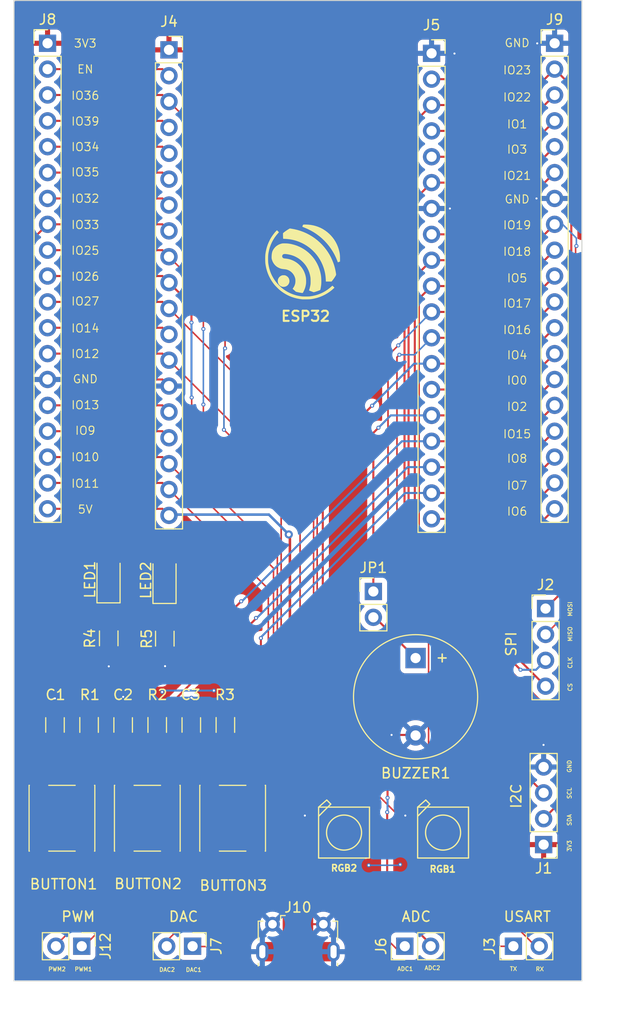
<source format=kicad_pcb>
(kicad_pcb (version 20221018) (generator pcbnew)
  (layers (0 "F.Cu" signal) (31 "B.Cu" signal) (34 "B.Paste" user) (35 "F.Paste" user) (36 "B.SilkS" user "B.Silkscreen") (37 "F.SilkS" user "F.Silkscreen") (38 "B.Mask" user) (39 "F.Mask" user) (44 "Edge.Cuts" user))
  (net 0 "")
  (net 1 "Buzzer")
  (net 2 "Earth")
  (net 3 "BUTTON3")
  (net 4 "BUTTON1")
  (net 5 "BUTTON2")
  (net 6 "IO32")
  (net 7 "IO33")
  (net 8 "+3.3V")
  (net 9 "IO21")
  (net 10 "IO22")
  (net 11 "IO23")
  (net 12 "IO19")
  (net 13 "CLK")
  (net 14 "CS")
  (net 15 "IO17")
  (net 16 "IO16")
  (net 17 "EN_ESP32")
  (net 18 "ADC1")
  (net 19 "IO39")
  (net 20 "IO34")
  (net 21 "IO35")
  (net 22 "DAC_1")
  (net 23 "DAC_2")
  (net 24 "IO27")
  (net 25 "IO14")
  (net 26 "IO12")
  (net 27 "IO13")
  (net 28 "IO9")
  (net 29 "IO10")
  (net 30 "IO11")
  (net 31 "+5V")
  (net 32 "IO1")
  (net 33 "IO3")
  (net 34 "ADC2")
  (net 35 "IO0")
  (net 36 "IO6")
  (net 37 "Net-(LED2-K)")
  (net 40 "Net-(LED1-K)")
  (net 44 "Net-(BUZZER1--)")
  (footprint "Capacitor_SMD:C_1206_3216Metric" (layer "F.Cu") (at 101.257 105.22 90)
    (fp_text reference "C2")
    (fp_text value "100n")
  )
  (footprint "LED_SMD:LED_1206_3216Metric" (layer "F.Cu") (at 105.32 91.0025 90)
    (fp_text reference "LED2")
    (fp_text value "LED")
  )
  (footprint "Button_Switch_SMD:SW_Push_1P1T_NO_6x6mm_H9.5mm" (layer "F.Cu") (at 112.015 114.38 -90)
    (fp_text reference "BUTTON3")
    (fp_text value "SW_Push")
  )
  (footprint "Resistor_SMD:R_1206_3216Metric" (layer "F.Cu") (at 97.909 105.22 -90)
    (fp_text reference "R1")
    (fp_text value "10k")
  )
  (footprint "Connector_PinHeader_2.54mm:PinHeader_1x04_P2.54mm_Vertical" (layer "F.Cu") (at 142.76 93.79)
    (fp_text reference "J2")
    (fp_text value "Conn_01x04_Socket")
  )
  (footprint "Connector_PinHeader_2.54mm:PinHeader_1x02_P2.54mm_Vertical" (layer "F.Cu") (at 108.08 126.95 -90)
    (fp_text reference "J7")
    (fp_text value "Conn_01x02_Socket")
  )
  (footprint "Connector_PinSocket_2.54mm:PinSocket_1x19_P2.54mm_Vertical" (layer "F.Cu") (at 105.76 38.91625)
    (fp_text reference "J4")
    (fp_text value "Conn_01x19_Socket")
  )
  (footprint "graphics:esp32_logo" (layer "F.Cu") (at 118.89 59.74625)
    (fp_text reference "G***" hide)
    (fp_text value "LOGO" hide)
  )
  (footprint "Connector_PinHeader_2.54mm:PinHeader_1x02_P2.54mm_Vertical" (layer "F.Cu") (at 125.84 92.11)
    (fp_text reference "JP1")
    (fp_text value "Jumper_2_Bridged")
  )
  (footprint "Resistor_SMD:R_1206_3216Metric" (layer "F.Cu") (at 104.605 105.22 -90)
    (fp_text reference "R2")
    (fp_text value "10k")
  )
  (footprint "Connector_PinHeader_2.54mm:PinHeader_1x19_P2.54mm_Vertical" (layer "F.Cu") (at 143.65 38.27)
    (fp_text reference "J9")
    (fp_text value "Conn_01x19")
  )
  (footprint "Resistor_SMD:R_1206_3216Metric" (layer "F.Cu") (at 111.301 105.22 -90)
    (fp_text reference "R3")
    (fp_text value "10k")
  )
  (footprint "Connector_PinHeader_2.54mm:PinHeader_1x02_P2.54mm_Vertical" (layer "F.Cu") (at 139.6 126.95 90)
    (fp_text reference "J3")
    (fp_text value "Conn_01x02_Socket")
  )
  (footprint "Connector_PinHeader_2.54mm:PinHeader_1x02_P2.54mm_Vertical" (layer "F.Cu") (at 128.93 126.95 90)
    (fp_text reference "J6")
    (fp_text value "Conn_01x02_Socket")
  )
  (footprint "Resistor_SMD:R_1206_3216Metric" (layer "F.Cu") (at 105.35 96.7425 -90)
    (fp_text reference "R5")
    (fp_text value "300")
  )
  (footprint "Capacitor_SMD:C_1206_3216Metric" (layer "F.Cu") (at 107.953 105.22 90)
    (fp_text reference "C3")
    (fp_text value "100n")
  )
  (footprint "Capacitor_SMD:C_1206_3216Metric" (layer "F.Cu") (at 94.561 105.22 90)
    (fp_text reference "C1")
    (fp_text value "100n")
  )
  (footprint "LED_SMD:LED_1206_3216Metric" (layer "F.Cu") (at 99.82 90.9425 90)
    (fp_text reference "LED1")
    (fp_text value "LED")
  )
  (footprint "Button_Switch_SMD:SW_Push_1P1T_NO_6x6mm_H9.5mm" (layer "F.Cu") (at 95.245 114.38 -90)
    (fp_text reference "BUTTON1")
    (fp_text value "SW_Push")
  )
  (footprint "Connector_PinSocket_2.54mm:PinSocket_1x19_P2.54mm_Vertical" (layer "F.Cu") (at 131.56 39.25625)
    (fp_text reference "J5")
    (fp_text value "Conn_01x19_Socket")
  )
  (footprint "WS2812B:WS2812B" (layer "F.Cu") (at 132.69 115.79)
    (fp_text reference "RGB1")
    (fp_text value "WS2812B")
  )
  (footprint "Connector_PinHeader_2.54mm:PinHeader_1x02_P2.54mm_Vertical" (layer "F.Cu") (at 97.19 126.95 -90)
    (fp_text reference "J12")
    (fp_text value "Conn_01x02_Socket")
  )
  (footprint "Connector_USB:USB_Micro-B_Molex-105017-0001" (layer "F.Cu") (at 118.43 126.25)
    (fp_text reference "J10")
    (fp_text value "USB_B_Micro")
  )
  (footprint "WS2812B:WS2812B" (layer "F.Cu") (at 122.96 115.79)
    (fp_text reference "RGB2")
    (fp_text value "WS2812B")
  )
  (footprint "Connector_PinHeader_2.54mm:PinHeader_1x19_P2.54mm_Vertical" (layer "F.Cu") (at 93.83 38.27)
    (fp_text reference "J8")
    (fp_text value "Conn_01x19")
  )
  (footprint "Connector_PinHeader_2.54mm:PinHeader_1x04_P2.54mm_Vertical" (layer "F.Cu") (at 142.57 116.97 180)
    (fp_text reference "J1")
    (fp_text value "Conn_01x04_Socket")
  )
  (footprint "Resistor_SMD:R_1206_3216Metric" (layer "F.Cu") (at 99.84 96.7125 -90)
    (fp_text reference "R4")
    (fp_text value "300")
  )
  (footprint "Button_Switch_SMD:SW_Push_1P1T_NO_6x6mm_H9.5mm" (layer "F.Cu") (at 103.63 114.38 -90)
    (fp_text reference "BUTTON2")
    (fp_text value "SW_Push")
  )
  (footprint "Buzzer_Beeper:Buzzer_12x9.5RM7.6" (layer "F.Cu") (at 129.99 98.65 -90)
    (fp_text reference "BUZZER1")
    (fp_text value "Buzzer")
  )
  (gr_rect (start 90.53 34.07) (end 146.33 130.36) (stroke (width 0.1)) (fill none) (layer "Edge.Cuts"))
  (gr_text "IO39" (at 96.1 46.41) (layer "F.SilkS") (effects (font (size 0.8 0.8) (thickness 0.1)) (justify left bottom)))
  (gr_text "IO21" (at 138.527619 51.75) (layer "F.SilkS") (effects (font (size 0.8 0.8) (thickness 0.1)) (justify left bottom)))
  (gr_text "IO32" (at 96.1 53.99) (layer "F.SilkS") (effects (font (size 0.8 0.8) (thickness 0.1)) (justify left bottom)))
  (gr_text "PWM" (at 95.1 124.63) (layer "F.SilkS") (effects (font (size 1 1)) (justify left bottom)))
  (gr_text "IO22" (at 138.527619 44.04) (layer "F.SilkS") (effects (font (size 0.8 0.8) (thickness 0.1)) (justify left bottom)))
  (gr_text "PWM2" (at 93.86 129.44) (layer "F.SilkS") (effects (font (size 0.4 0.4) (thickness 0.08)) (justify left bottom)))
  (gr_text "GND" (at 96.252381 71.72) (layer "F.SilkS") (effects (font (size 0.8 0.8) (thickness 0.1)) (justify left bottom)))
  (gr_text "IO4" (at 138.908571 69.37) (layer "F.SilkS") (effects (font (size 0.8 0.8) (thickness 0.1)) (justify left bottom)))
  (gr_text "IO25" (at 96.1 59.1) (layer "F.SilkS") (effects (font (size 0.8 0.8) (thickness 0.1)) (justify left bottom)))
  (gr_text "IO1" (at 138.908571 46.69) (layer "F.SilkS") (effects (font (size 0.8 0.8) (thickness 0.1)) (justify left bottom)))
  (gr_text "DAC2" (at 104.76 129.49) (layer "F.SilkS") (effects (font (size 0.4 0.4) (thickness 0.08)) (justify left bottom)))
  (gr_text "IO19" (at 138.527619 56.6) (layer "F.SilkS") (effects (font (size 0.8 0.8) (thickness 0.1)) (justify left bottom)))
  (gr_text "CS" (at 145.41 101.96 90) (layer "F.SilkS") (effects (font (size 0.4 0.4) (thickness 0.08)) (justify left bottom)))
  (gr_text "IO3" (at 138.908571 49.17) (layer "F.SilkS") (effects (font (size 0.8 0.8) (thickness 0.1)) (justify left bottom)))
  (gr_text "IO27" (at 96.1 64.08) (layer "F.SilkS") (effects (font (size 0.8 0.8) (thickness 0.1)) (justify left bottom)))
  (gr_text "IO5" (at 138.908571 61.81) (layer "F.SilkS") (effects (font (size 0.8 0.8) (thickness 0.1)) (justify left bottom)))
  (gr_text "IO12" (at 96.1 69.24) (layer "F.SilkS") (effects (font (size 0.8 0.8) (thickness 0.1)) (justify left bottom)))
  (gr_text "GND" (at 145.34 109.94 90) (layer "F.SilkS") (effects (font (size 0.4 0.4) (thickness 0.08)) (justify left bottom)))
  (gr_text "IO35" (at 96.1 51.4) (layer "F.SilkS") (effects (font (size 0.8 0.8) (thickness 0.1)) (justify left bottom)))
  (gr_text "5V" (at 96.747619 84.52) (layer "F.SilkS") (effects (font (size 0.8 0.8) (thickness 0.1)) (justify left bottom)))
  (gr_text "PWM1" (at 96.45 129.44) (layer "F.SilkS") (effects (font (size 0.4 0.4) (thickness 0.08)) (justify left bottom)))
  (gr_text "I2C" (at 140.46 113.52 90) (layer "F.SilkS") (effects (font (size 1 1)) (justify left bottom)))
  (gr_text "SPI" (at 139.97 98.58 90) (layer "F.SilkS") (effects (font (size 1 1)) (justify left bottom)))
  (gr_text "ADC1" (at 128.15 129.41) (layer "F.SilkS") (effects (font (size 0.4 0.4) (thickness 0.08)) (justify left bottom)))
  (gr_text "IO7" (at 138.908571 82.18) (layer "F.SilkS") (effects (font (size 0.8 0.8) (thickness 0.1)) (justify left bottom)))
  (gr_text "IO2" (at 138.908571 74.43) (layer "F.SilkS") (effects (font (size 0.8 0.8) (thickness 0.1)) (justify left bottom)))
  (gr_text "IO0" (at 138.908571 71.85) (layer "F.SilkS") (effects (font (size 0.8 0.8) (thickness 0.1)) (justify left bottom)))
  (gr_text "IO33" (at 96.1 56.57) (layer "F.SilkS") (effects (font (size 0.8 0.8) (thickness 0.1)) (justify left bottom)))
  (gr_text "IO13" (at 96.1 74.27) (layer "F.SilkS") (effects (font (size 0.8 0.8) (thickness 0.1)) (justify left bottom)))
  (gr_text "DAC1" (at 107.37 129.5) (layer "F.SilkS") (effects (font (size 0.4 0.4) (thickness 0.08)) (justify left bottom)))
  (gr_text "ESP32" (at 116.67 65.66625) (layer "F.SilkS") (effects (font (size 1 1) (thickness 0.2) bold) (justify left bottom)))
  (gr_text "SCL" (at 145.34 112.53 90) (layer "F.SilkS") (effects (font (size 0.4 0.4) (thickness 0.08)) (justify left bottom)))
  (gr_text "DAC" (at 105.66 124.63) (layer "F.SilkS") (effects (font (size 1 1)) (justify left bottom)))
  (gr_text "CLK" (at 145.41 99.72 90) (layer "F.SilkS") (effects (font (size 0.4 0.4) (thickness 0.08)) (justify left bottom)))
  (gr_text "IO10" (at 96.1 79.38) (layer "F.SilkS") (effects (font (size 0.8 0.8) (thickness 0.1)) (justify left bottom)))
  (gr_text "ADC2" (at 130.83 129.32) (layer "F.SilkS") (effects (font (size 0.4 0.4) (thickness 0.08)) (justify left bottom)))
  (gr_text "IO6" (at 138.908571 84.72) (layer "F.SilkS") (effects (font (size 0.8 0.8) (thickness 0.1)) (justify left bottom)))
  (gr_text "IO17" (at 138.527619 64.29) (layer "F.SilkS") (effects (font (size 0.8 0.8) (thickness 0.1)) (justify left bottom)))
  (gr_text "SDA" (at 145.34 115.17 90) (layer "F.SilkS") (effects (font (size 0.4 0.4) (thickness 0.08)) (justify left bottom)))
  (gr_text "3V3" (at 96.366666 38.75) (layer "F.SilkS") (effects (font (size 0.8 0.8) (thickness 0.1)) (justify left bottom)))
  (gr_text "ADC" (at 128.53 124.63) (layer "F.SilkS") (effects (font (size 1 1)) (justify left bottom)))
  (gr_text "MISO" (at 145.41 97.07 90) (layer "F.SilkS") (effects (font (size 0.4 0.4) (thickness 0.08)) (justify left bottom)))
  (gr_text "IO15" (at 138.527619 77.12) (layer "F.SilkS") (effects (font (size 0.8 0.8) (thickness 0.1)) (justify left bottom)))
  (gr_text "3V3" (at 145.34 117.71 90) (layer "F.SilkS") (effects (font (size 0.4 0.4) (thickness 0.08)) (justify left bottom)))
  (gr_text "USART" (at 138.56 124.63) (layer "F.SilkS") (effects (font (size 1 1)) (justify left bottom)))
  (gr_text "IO36" (at 96.1 43.88) (layer "F.SilkS") (effects (font (size 0.8 0.8) (thickness 0.1)) (justify left bottom)))
  (gr_text "IO9" (at 96.480952 76.78) (layer "F.SilkS") (effects (font (size 0.8 0.8) (thickness 0.1)) (justify left bottom)))
  (gr_text "IO8" (at 138.908571 79.53) (layer "F.SilkS") (effects (font (size 0.8 0.8) (thickness 0.1)) (justify left bottom)))
  (gr_text "TX" (at 139.21 129.41) (layer "F.SilkS") (effects (font (size 0.4 0.4) (thickness 0.08)) (justify left bottom)))
  (gr_text "IO14" (at 96.1 66.73) (layer "F.SilkS") (effects (font (size 0.8 0.8) (thickness 0.1)) (justify left bottom)))
  (gr_text "GND" (at 138.68 38.71) (layer "F.SilkS") (effects (font (size 0.8 0.8) (thickness 0.1)) (justify left bottom)))
  (gr_text "IO26" (at 96.1 61.65) (layer "F.SilkS") (effects (font (size 0.8 0.8) (thickness 0.1)) (justify left bottom)))
  (gr_text "EN" (at 96.690476 41.29) (layer "F.SilkS") (effects (font (size 0.8 0.8) (thickness 0.1)) (justify left bottom)))
  (gr_text "IO11" (at 96.1 81.98) (layer "F.SilkS") (effects (font (size 0.8 0.8) (thickness 0.1)) (justify left bottom)))
  (gr_text "MOSI" (at 145.41 94.61 90) (layer "F.SilkS") (effects (font (size 0.4 0.4) (thickness 0.08)) (justify left bottom)))
  (gr_text "GND" (at 138.68 54.06) (layer "F.SilkS") (effects (font (size 0.8 0.8) (thickness 0.1)) (justify left bottom)))
  (gr_text "IO18" (at 138.527619 59.2) (layer "F.SilkS") (effects (font (size 0.8 0.8) (thickness 0.1)) (justify left bottom)))
  (gr_text "IO16" (at 138.527619 66.89) (layer "F.SilkS") (effects (font (size 0.8 0.8) (thickness 0.1)) (justify left bottom)))
  (gr_text "RX" (at 141.75 129.43) (layer "F.SilkS") (effects (font (size 0.4 0.4) (thickness 0.08)) (justify left bottom)))
  (gr_text "IO34" (at 96.1 48.92) (layer "F.SilkS") (effects (font (size 0.8 0.8) (thickness 0.1)) (justify left bottom)))
  (gr_text "IO23" (at 138.527619 41.38) (layer "F.SilkS") (effects (font (size 0.8 0.8) (thickness 0.1)) (justify left bottom)))
  (segment (start 142.66375 74.81625) (end 143.65 73.83) (width 0.2) (layer "F.Cu") (net 1))
  (segment (start 131.56 74.81625) (end 142.66375 74.81625) (width 0.2) (layer "F.Cu") (net 1))
  (segment (start 126.34 76.03) (end 125.84 76.53) (width 0.2) (layer "F.Cu") (net 1))
  (segment (start 125.84 76.53) (end 125.84 92.11) (width 0.2) (layer "F.Cu") (net 1))
  (via (at 126.34 76.03) (size 0.4) (drill 0.2) (layers "F.Cu" "B.Cu") (net 1))
  (segment (start 127.55375 74.81625) (end 131.56 74.81625) (width 0.2) (layer "B.Cu") (net 1))
  (segment (start 126.34 76.03) (end 127.55375 74.81625) (width 0.2) (layer "B.Cu") (net 1))
  (segment (start 143.65 53.51) (end 141.87 53.51) (width 0.2) (layer "F.Cu") (net 2))
  (segment (start 131.56 54.49625) (end 133.35625 54.49625) (width 0.2) (layer "F.Cu") (net 2))
  (segment (start 94.561 103.745) (end 94.561 102.621) (width 0.2) (layer "F.Cu") (net 2))
  (segment (start 133.78625 39.25625) (end 133.81 39.28) (width 0.2) (layer "F.Cu") (net 2))
  (segment (start 92.995 118.355) (end 92.995 110.405) (width 0.2) (layer "F.Cu") (net 2))
  (segment (start 101.257 103.745) (end 101.257 102.463) (width 0.2) (layer "F.Cu") (net 2))
  (segment (start 119.73 124.7875) (end 120.93 124.7875) (width 0.2) (layer "F.Cu") (net 2))
  (segment (start 142.57 107.19) (end 142.56 107.18) (width 0.2) (layer "F.Cu") (net 2))
  (segment (start 143.65 38.27) (end 141.95 38.27) (width 0.2) (layer "F.Cu") (net 2))
  (segment (start 93.83 71.29) (end 105.11375 71.29) (width 0.2) (layer "F.Cu") (net 2))
  (segment (start 107.953 102.557) (end 107.96 102.55) (width 0.2) (layer "F.Cu") (net 2))
  (segment (start 119.13 114.14) (end 119.11 114.12) (width 0.2) (layer "F.Cu") (net 2))
  (segment (start 99.84 99.46) (end 99.845 99.465) (width 0.2) (layer "F.Cu") (net 2))
  (segment (start 129.94 106.2) (end 127.63 106.2) (width 0.2) (layer "F.Cu") (net 2))
  (segment (start 106.69 105.008) (end 107.953 103.745) (width 0.2) (layer "F.Cu") (net 2))
  (segment (start 129.99 106.25) (end 129.94 106.2) (width 0.2) (layer "F.Cu") (net 2))
  (segment (start 117.43 127.4875) (end 115.53 127.4875) (width 0.25) (layer "F.Cu") (net 2))
  (segment (start 99.9 108.925) (end 99.9 105.102) (width 0.2) (layer "F.Cu") (net 2))
  (segment (start 99.84 98.175) (end 99.84 99.46) (width 0.2) (layer "F.Cu") (net 2))
  (segment (start 94.561 102.621) (end 94.55 102.61) (width 0.2) (layer "F.Cu") (net 2))
  (segment (start 106.69 107.33) (end 106.69 105.008) (width 0.2) (layer "F.Cu") (net 2))
  (segment (start 133.35625 54.49625) (end 133.36 54.5) (width 0.2) (layer "F.Cu") (net 2))
  (segment (start 109.765 118.355) (end 109.765 110.405) (width 0.2) (layer "F.Cu") (net 2))
  (segment (start 131.56 39.25625) (end 133.78625 39.25625) (width 0.2) (layer "F.Cu") (net 2))
  (segment (start 101.257 102.463) (end 101.26 102.46) (width 0.2) (layer "F.Cu") (net 2))
  (segment (start 129 114.14) (end 128.98 114.12) (width 0.2) (layer "F.Cu") (net 2))
  (segment (start 107.953 103.745) (end 107.953 102.557) (width 0.2) (layer "F.Cu") (net 2))
  (segment (start 101.38 110.405) (end 99.9 108.925) (width 0.2) (layer "F.Cu") (net 2))
  (segment (start 99.9 105.102) (end 101.257 103.745) (width 0.2) (layer "F.Cu") (net 2))
  (segment (start 109.765 110.405) (end 106.69 107.33) (width 0.2) (layer "F.Cu") (net 2))
  (segment (start 92.995 110.405) (end 92.995 105.311) (width 0.2) (layer "F.Cu") (net 2))
  (segment (start 101.38 118.355) (end 101.38 110.405) (width 0.2) (layer "F.Cu") (net 2))
  (segment (start 142.57 109.35) (end 142.57 107.19) (width 0.2) (layer "F.Cu") (net 2))
  (segment (start 105.35 99.42) (end 105.375 99.445) (width 0.2) (layer "F.Cu") (net 2))
  (segment (start 119.43 127.4875) (end 121.93 127.4875) (width 0.25) (layer "F.Cu") (net 2))
  (segment (start 105.35 98.205) (end 105.35 99.42) (width 0.2) (layer "F.Cu") (net 2))
  (segment (start 141.95 38.27) (end 141.94 38.28) (width 0.2) (layer "F.Cu") (net 2))
  (segment (start 130.24 114.14) (end 129 114.14) (width 0.2) (layer "F.Cu") (net 2))
  (segment (start 105.11375 71.29) (end 105.76 71.93625) (width 0.2) (layer "F.Cu") (net 2))
  (segment (start 92.995 105.311) (end 94.561 103.745) (width 0.2) (layer "F.Cu") (net 2))
  (segment (start 117.43 127.4875) (end 119.43 127.4875) (width 0.25) (layer "F.Cu") (net 2))
  (segment (start 120.51 114.14) (end 119.13 114.14) (width 0.2) (layer "F.Cu") (net 2))
  (via (at 141.94 38.28) (size 0.4) (drill 0.2) (layers "F.Cu" "B.Cu") (net 2))
  (via (at 128.98 114.12) (size 0.4) (drill 0.2) (layers "F.Cu" "B.Cu") (net 2))
  (via (at 94.55 102.61) (size 0.4) (drill 0.2) (layers "F.Cu" "B.Cu") (net 2))
  (via (at 99.845 99.465) (size 0.4) (drill 0.2) (layers "F.Cu" "B.Cu") (net 2))
  (via (at 127.63 106.2) (size 0.4) (drill 0.2) (layers "F.Cu" "B.Cu") (net 2))
  (via (at 133.36 54.5) (size 0.4) (drill 0.2) (layers "F.Cu" "B.Cu") (net 2))
  (via (at 101.26 102.46) (size 0.4) (drill 0.2) (layers "F.Cu" "B.Cu") (net 2))
  (via (at 119.11 114.12) (size 0.4) (drill 0.2) (layers "F.Cu" "B.Cu") (net 2))
  (via (at 133.81 39.28) (size 0.4) (drill 0.2) (layers "F.Cu" "B.Cu") (net 2))
  (via (at 142.56 107.18) (size 0.4) (drill 0.2) (layers "F.Cu" "B.Cu") (net 2))
  (via (at 105.375 99.445) (size 0.4) (drill 0.2) (layers "F.Cu" "B.Cu") (net 2))
  (via (at 107.96 102.55) (size 0.4) (drill 0.2) (layers "F.Cu" "B.Cu") (net 2))
  (via (at 141.87 53.51) (size 0.4) (drill 0.2) (layers "F.Cu" "B.Cu") (net 2))
  (segment (start 131.56 82.43625) (end 142.66375 82.43625) (width 0.2) (layer "F.Cu") (net 3))
  (segment (start 107.953 106.695) (end 111.2885 106.695) (width 0.2) (layer "F.Cu") (net 3))
  (segment (start 111.301 107.441) (end 111.301 106.6825) (width 0.2) (layer "F.Cu") (net 3))
  (segment (start 114.265 118.355) (end 114.265 110.405) (width 0.2) (layer "F.Cu") (net 3))
  (segment (start 142.66375 82.43625) (end 143.65 81.45) (width 0.2) (layer "F.Cu") (net 3))
  (segment (start 114.79 103.1935) (end 111.301 106.6825) (width 0.2) (layer "F.Cu") (net 3))
  (segment (start 114.265 110.405) (end 111.301 107.441) (width 0.2) (layer "F.Cu") (net 3))
  (segment (start 114.79 96.69) (end 114.79 103.1935) (width 0.2) (layer "F.Cu") (net 3))
  (via (at 114.79 96.69) (size 0.4) (drill 0.2) (layers "F.Cu" "B.Cu") (net 3))
  (segment (start 128.96375 82.43625) (end 131.56 82.43625) (width 0.2) (layer "B.Cu") (net 3))
  (segment (start 114.79 96.69) (end 114.79 96.61) (width 0.2) (layer "B.Cu") (net 3))
  (segment (start 114.79 96.61) (end 128.96375 82.43625) (width 0.2) (layer "B.Cu") (net 3))
  (segment (start 97.495 118.355) (end 97.495 110.405) (width 0.2) (layer "F.Cu") (net 4))
  (segment (start 97.495 107.0965) (end 97.909 106.6825) (width 0.2) (layer "F.Cu") (net 4))
  (segment (start 99.37 102.3) (end 99.37 105.066315) (width 0.2) (layer "F.Cu") (net 4))
  (segment (start 97.8965 106.6825) (end 97.909 106.695) (width 0.2) (layer "F.Cu") (net 4))
  (segment (start 142.66375 77.35625) (end 143.65 76.37) (width 0.2) (layer "F.Cu") (net 4))
  (segment (start 100.81 100.86) (end 99.37 102.3) (width 0.2) (layer "F.Cu") (net 4))
  (segment (start 97.8965 106.695) (end 97.909 106.6825) (width 0.2) (layer "F.Cu") (net 4))
  (segment (start 105.07 100.86) (end 100.81 100.86) (width 0.2) (layer "F.Cu") (net 4))
  (segment (start 97.495 110.405) (end 97.495 107.0965) (width 0.2) (layer "F.Cu") (net 4))
  (segment (start 131.56 77.35625) (end 142.66375 77.35625) (width 0.2) (layer "F.Cu") (net 4))
  (segment (start 94.561 106.695) (end 97.8965 106.695) (width 0.2) (layer "F.Cu") (net 4))
  (segment (start 112.855 93.075) (end 105.07 100.86) (width 0.2) (layer "F.Cu") (net 4))
  (segment (start 97.909 106.527315) (end 97.909 106.6825) (width 0.2) (layer "F.Cu") (net 4))
  (segment (start 99.37 105.066315) (end 97.909 106.527315) (width 0.2) (layer "F.Cu") (net 4))
  (via (at 112.855 93.075) (size 0.4) (drill 0.2) (layers "F.Cu" "B.Cu") (net 4))
  (segment (start 128.64375 77.35625) (end 131.56 77.35625) (width 0.2) (layer "B.Cu") (net 4))
  (segment (start 112.925 93.075) (end 128.64375 77.35625) (width 0.2) (layer "B.Cu") (net 4))
  (segment (start 112.855 93.075) (end 112.925 93.075) (width 0.2) (layer "B.Cu") (net 4))
  (segment (start 106.16 104.972314) (end 104.605 106.527314) (width 0.2) (layer "F.Cu") (net 5))
  (segment (start 105.88 107.9575) (end 104.605 106.6825) (width 0.2) (layer "F.Cu") (net 5))
  (segment (start 104.5925 106.6825) (end 104.605 106.695) (width 0.2) (layer "F.Cu") (net 5))
  (segment (start 106.16 102.92) (end 106.16 104.972314) (width 0.2) (layer "F.Cu") (net 5))
  (segment (start 104.605 106.527314) (end 104.605 106.6825) (width 0.2) (layer "F.Cu") (net 5))
  (segment (start 131.56 79.89625) (end 142.66375 79.89625) (width 0.2) (layer "F.Cu") (net 5))
  (segment (start 105.88 110.405) (end 105.88 107.9575) (width 0.2) (layer "F.Cu") (net 5))
  (segment (start 114.31 94.71) (end 114.31 94.77) (width 0.2) (layer "F.Cu") (net 5))
  (segment (start 104.5925 106.695) (end 104.605 106.6825) (width 0.2) (layer "F.Cu") (net 5))
  (segment (start 142.66375 79.89625) (end 143.65 78.91) (width 0.2) (layer "F.Cu") (net 5))
  (segment (start 114.31 94.77) (end 106.16 102.92) (width 0.2) (layer "F.Cu") (net 5))
  (segment (start 105.88 118.355) (end 105.88 110.405) (width 0.2) (layer "F.Cu") (net 5))
  (segment (start 101.257 106.695) (end 104.5925 106.695) (width 0.2) (layer "F.Cu") (net 5))
  (via (at 114.31 94.71) (size 0.4) (drill 0.2) (layers "F.Cu" "B.Cu") (net 5))
  (segment (start 114.31 94.71) (end 114.39 94.71) (width 0.2) (layer "B.Cu") (net 5))
  (segment (start 114.39 94.71) (end 129.20375 79.89625) (width 0.2) (layer "B.Cu") (net 5))
  (segment (start 129.20375 79.89625) (end 131.56 79.89625) (width 0.2) (layer "B.Cu") (net 5))
  (segment (start 105.11375 53.51) (end 105.76 54.15625) (width 0.2) (layer "F.Cu") (net 6))
  (segment (start 93.83 53.51) (end 105.11375 53.51) (width 0.2) (layer "F.Cu") (net 6))
  (segment (start 91.68 86.14) (end 91.68 58.11) (width 0.2) (layer "F.Cu") (net 7))
  (segment (start 93.4 87.86) (end 91.68 86.14) (width 0.2) (layer "F.Cu") (net 7))
  (segment (start 103.5775 87.86) (end 93.4 87.86) (width 0.2) (layer "F.Cu") (net 7))
  (segment (start 91.68 58.11) (end 91.77 58.11) (width 0.2) (layer "F.Cu") (net 7))
  (segment (start 93.83 56.05) (end 105.11375 56.05) (width 0.2) (layer "F.Cu") (net 7))
  (segment (start 105.11375 56.05) (end 105.76 56.69625) (width 0.2) (layer "F.Cu") (net 7))
  (segment (start 91.77 58.11) (end 93.83 56.05) (width 0.2) (layer "F.Cu") (net 7))
  (segment (start 105.32 89.6025) (end 103.5775 87.86) (width 0.2) (layer "F.Cu") (net 7))
  (segment (start 125.41 118.98) (end 125.39 119) (width 0.152) (layer "F.Cu") (net 8))
  (segment (start 104.605 103.745) (end 104.555 103.745) (width 0.2) (layer "F.Cu") (net 8))
  (segment (start 97.909 103.745) (end 97.885 103.745) (width 0.2) (layer "F.Cu") (net 8))
  (segment (start 125.41 117.44) (end 125.41 118.98) (width 0.152) (layer "F.Cu") (net 8))
  (segment (start 105.09 101.98) (end 104.61 102.46) (width 0.2) (layer "F.Cu") (net 8))
  (segment (start 111.301 103.745) (end 111.045 103.745) (width 0.2) (layer "F.Cu") (net 8))
  (segment (start 111.301 103.7575) (end 111.301 102.971) (width 0.2) (layer "F.Cu") (net 8))
  (segment (start 104.61 102.46) (end 104.61 103.7525) (width 0.2) (layer "F.Cu") (net 8))
  (segment (start 104.61 103.7525) (end 104.605 103.7575) (width 0.2) (layer "F.Cu") (net 8))
  (segment (start 111.301 102.971) (end 110.17 101.84) (width 0.2) (layer "F.Cu") (net 8))
  (via (at 125.39 119) (size 0.4) (drill 0.2) (layers "F.Cu" "B.Cu") (net 8))
  (via (at 128.48 118.93) (size 0.4) (drill 0.2) (layers "F.Cu" "B.Cu") (net 8))
  (via (at 105.09 101.98) (size 0.4) (drill 0.2) (layers "F.Cu" "B.Cu") (net 8))
  (via (at 110.17 101.84) (size 0.4) (drill 0.2) (layers "F.Cu" "B.Cu") (net 8))
  (segment (start 128.41 119) (end 128.48 118.93) (width 0.152) (layer "B.Cu") (net 8))
  (segment (start 110.17 101.84) (end 105.23 101.84) (width 0.2) (layer "B.Cu") (net 8))
  (segment (start 105.23 101.84) (end 105.09 101.98) (width 0.2) (layer "B.Cu") (net 8))
  (segment (start 125.39 119) (end 128.41 119) (width 0.152) (layer "B.Cu") (net 8))
  (segment (start 129.3 54.21625) (end 131.56 51.95625) (width 0.2) (layer "F.Cu") (net 9))
  (segment (start 145.22 105.81) (end 129.3 89.89) (width 0.2) (layer "F.Cu") (net 9))
  (segment (start 129.3 89.89) (end 129.3 54.21625) (width 0.2) (layer "F.Cu") (net 9))
  (segment (start 131.56 51.95625) (end 142.66375 51.95625) (width 0.2) (layer "F.Cu") (net 9))
  (segment (start 145.22 111.78) (end 145.22 105.81) (width 0.2) (layer "F.Cu") (net 9))
  (segment (start 142.57 114.43) (end 145.22 111.78) (width 0.2) (layer "F.Cu") (net 9))
  (segment (start 142.66375 51.95625) (end 143.65 50.97) (width 0.2) (layer "F.Cu") (net 9))
  (segment (start 131.56 44.33625) (end 142.66375 44.33625) (width 0.2) (layer "F.Cu") (net 10))
  (segment (start 138.86 108.18) (end 138.86 100.015685) (width 0.2) (layer "F.Cu") (net 10))
  (segment (start 128.9 90.055685) (end 128.9 46.99625) (width 0.2) (layer "F.Cu") (net 10))
  (segment (start 142.66375 44.33625) (end 143.65 43.35) (width 0.2) (layer "F.Cu") (net 10))
  (segment (start 138.86 100.015685) (end 128.9 90.055685) (width 0.2) (layer "F.Cu") (net 10))
  (segment (start 128.9 46.99625) (end 131.56 44.33625) (width 0.2) (layer "F.Cu") (net 10))
  (segment (start 142.57 111.89) (end 138.86 108.18) (width 0.2) (layer "F.Cu") (net 10))
  (segment (start 142.66375 41.79625) (end 143.65 40.81) (width 0.2) (layer "F.Cu") (net 11))
  (segment (start 145.2895 42.4495) (end 145.2895 91.2605) (width 0.2) (layer "F.Cu") (net 11))
  (segment (start 143.65 40.81) (end 145.2895 42.4495) (width 0.2) (layer "F.Cu") (net 11))
  (segment (start 145.2895 91.2605) (end 142.76 93.79) (width 0.2) (layer "F.Cu") (net 11))
  (segment (start 131.56 41.79625) (end 142.66375 41.79625) (width 0.2) (layer "F.Cu") (net 11))
  (segment (start 145.71 58.2595) (end 145.71 93.38) (width 0.152) (layer "F.Cu") (net 12))
  (segment (start 145.71 93.38) (end 142.76 96.33) (width 0.152) (layer "F.Cu") (net 12))
  (segment (start 131.56 57.03625) (end 142.66375 57.03625) (width 0.2) (layer "F.Cu") (net 12))
  (segment (start 142.66375 57.03625) (end 143.65 56.05) (width 0.2) (layer "F.Cu") (net 12))
  (segment (start 145.7895 58.18) (end 145.71 58.2595) (width 0.152) (layer "F.Cu") (net 12))
  (via (at 145.7895 58.18) (size 0.4) (drill 0.2) (layers "F.Cu" "B.Cu") (net 12))
  (segment (start 145.7895 58.18) (end 145.7895 57.4095) (width 0.152) (layer "B.Cu") (net 12))
  (segment (start 145.7895 57.4095) (end 144.43 56.05) (width 0.152) (layer "B.Cu") (net 12))
  (segment (start 144.43 56.05) (end 143.65 56.05) (width 0.152) (layer "B.Cu") (net 12))
  (segment (start 142.66375 59.57625) (end 143.65 58.59) (width 0.2) (layer "F.Cu") (net 13))
  (segment (start 129.91 61.22625) (end 129.91 89.41) (width 0.2) (layer "F.Cu") (net 13))
  (segment (start 131.56 59.57625) (end 142.66375 59.57625) (width 0.2) (layer "F.Cu") (net 13))
  (segment (start 131.56 59.57625) (end 129.91 61.22625) (width 0.2) (layer "F.Cu") (net 13))
  (segment (start 129.91 89.41) (end 140.3 99.8) (width 0.2) (layer "F.Cu") (net 13))
  (via (at 140.3 99.8) (size 0.4) (drill 0.2) (layers "F.Cu" "B.Cu") (net 13))
  (segment (start 140.3 99.8) (end 141.83 99.8) (width 0.2) (layer "B.Cu") (net 13))
  (segment (start 141.83 99.8) (end 142.76 98.87) (width 0.2) (layer "B.Cu") (net 13))
  (segment (start 142.66375 62.11625) (end 143.65 61.13) (width 0.2) (layer "F.Cu") (net 14))
  (segment (start 130.31 63.36625) (end 130.31 88.96) (width 0.2) (layer "F.Cu") (net 14))
  (segment (start 131.56 62.11625) (end 130.31 63.36625) (width 0.2) (layer "F.Cu") (net 14))
  (segment (start 131.56 62.11625) (end 142.66375 62.11625) (width 0.2) (layer "F.Cu") (net 14))
  (segment (start 130.31 88.96) (end 142.76 101.41) (width 0.2) (layer "F.Cu") (net 14))
  (segment (start 139.59 126.96) (end 139.6 126.95) (width 0.152) (layer "F.Cu") (net 15))
  (segment (start 127.28 68.95) (end 127.28 92.33) (width 0.152) (layer "F.Cu") (net 15))
  (segment (start 127.28 92.33) (end 131.266 96.316) (width 0.152) (layer "F.Cu") (net 15))
  (segment (start 135.47 126.96) (end 139.59 126.96) (width 0.152) (layer "F.Cu") (net 15))
  (segment (start 131.56 64.65625) (end 142.66375 64.65625) (width 0.2) (layer "F.Cu") (net 15))
  (segment (start 128.29 67.94) (end 127.28 68.95) (width 0.152) (layer "F.Cu") (net 15))
  (segment (start 131.266 122.756) (end 135.47 126.96) (width 0.152) (layer "F.Cu") (net 15))
  (segment (start 142.66375 64.65625) (end 143.65 63.67) (width 0.2) (layer "F.Cu") (net 15))
  (segment (start 131.266 96.316) (end 131.266 122.756) (width 0.152) (layer "F.Cu") (net 15))
  (via (at 128.29 67.94) (size 0.4) (drill 0.2) (layers "F.Cu" "B.Cu") (net 15))
  (segment (start 128.29 67.92625) (end 131.56 64.65625) (width 0.152) (layer "B.Cu") (net 15))
  (segment (start 128.29 67.94) (end 128.29 67.92625) (width 0.152) (layer "B.Cu") (net 15))
  (segment (start 132.875 118.045) (end 141.78 126.95) (width 0.152) (layer "F.Cu") (net 16))
  (segment (start 142.66375 67.19625) (end 143.65 66.21) (width 0.2) (layer "F.Cu") (net 16))
  (segment (start 131.56 67.19625) (end 142.66375 67.19625) (width 0.2) (layer "F.Cu") (net 16))
  (segment (start 128.16 89.847429) (end 132.875 94.562429) (width 0.152) (layer "F.Cu") (net 16))
  (segment (start 141.78 126.95) (end 142.14 126.95) (width 0.152) (layer "F.Cu") (net 16))
  (segment (start 128.16 69.1005) (end 128.16 89.847429) (width 0.152) (layer "F.Cu") (net 16))
  (segment (start 128.4005 68.86) (end 128.16 69.1005) (width 0.152) (layer "F.Cu") (net 16))
  (segment (start 132.875 94.562429) (end 132.875 118.045) (width 0.152) (layer "F.Cu") (net 16))
  (via (at 128.4005 68.86) (size 0.4) (drill 0.2) (layers "F.Cu" "B.Cu") (net 16))
  (segment (start 129.89625 68.86) (end 131.56 67.19625) (width 0.152) (layer "B.Cu") (net 16))
  (segment (start 128.4005 68.86) (end 129.89625 68.86) (width 0.152) (layer "B.Cu") (net 16))
  (segment (start 105.11375 40.81) (end 105.76 41.45625) (width 0.2) (layer "F.Cu") (net 17))
  (segment (start 93.83 40.81) (end 105.11375 40.81) (width 0.2) (layer "F.Cu") (net 17))
  (segment (start 128.93 127.18) (end 128.09 127.18) (width 0.152) (layer "F.Cu") (net 18))
  (segment (start 118.64 113.916834) (end 118.64 83.71) (width 0.152) (layer "F.Cu") (net 18))
  (segment (start 118.64 83.71) (end 111.16 76.23) (width 0.152) (layer "F.Cu") (net 18))
  (segment (start 118.634 117.724) (end 118.634 113.922834) (width 0.152) (layer "F.Cu") (net 18))
  (segment (start 105.11375 43.35) (end 105.76 43.99625) (width 0.2) (layer "F.Cu") (net 18))
  (segment (start 93.83 43.35) (end 105.11375 43.35) (width 0.2) (layer "F.Cu") (net 18))
  (segment (start 111.27 68.23) (end 111.27 49.50625) (width 0.152) (layer "F.Cu") (net 18))
  (segment (start 118.634 113.922834) (end 118.64 113.916834) (width 0.152) (layer "F.Cu") (net 18))
  (segment (start 128.09 127.18) (end 118.634 117.724) (width 0.152) (layer "F.Cu") (net 18))
  (segment (start 111.27 49.50625) (end 105.76 43.99625) (width 0.152) (layer "F.Cu") (net 18))
  (via (at 111.16 76.23) (size 0.4) (drill 0.2) (layers "F.Cu" "B.Cu") (net 18))
  (via (at 111.27 68.23) (size 0.4) (drill 0.2) (layers "F.Cu" "B.Cu") (net 18))
  (segment (start 111.16 68.34) (end 111.27 68.23) (width 0.152) (layer "B.Cu") (net 18))
  (segment (start 111.16 76.23) (end 111.16 68.34) (width 0.152) (layer "B.Cu") (net 18))
  (segment (start 105.11375 45.89) (end 105.76 46.53625) (width 0.2) (layer "F.Cu") (net 19))
  (segment (start 93.83 45.89) (end 105.11375 45.89) (width 0.2) (layer "F.Cu") (net 19))
  (segment (start 93.83 48.43) (end 105.11375 48.43) (width 0.2) (layer "F.Cu") (net 20))
  (segment (start 105.11375 48.43) (end 105.76 49.07625) (width 0.2) (layer "F.Cu") (net 20))
  (segment (start 105.11375 50.97) (end 105.76 51.61625) (width 0.2) (layer "F.Cu") (net 21))
  (segment (start 93.83 50.97) (end 105.11375 50.97) (width 0.2) (layer "F.Cu") (net 21))
  (segment (start 108.11 126.98) (end 110.86 126.98) (width 0.152) (layer "F.Cu") (net 22))
  (segment (start 109.14 62.61625) (end 105.76 59.23625) (width 0.152) (layer "F.Cu") (net 22))
  (segment (start 110.86 126.98) (end 116.782 121.058) (width 0.152) (layer "F.Cu") (net 22))
  (segment (start 108.08 126.95) (end 108.11 126.98) (width 0.152) (layer "F.Cu") (net 22))
  (segment (start 116.782 121.058) (end 116.782 83.102) (width 0.152) (layer "F.Cu") (net 22))
  (segment (start 116.782 83.102) (end 109.14 75.46) (width 0.152) (layer "F.Cu") (net 22))
  (segment (start 105.11375 58.59) (end 105.76 59.23625) (width 0.2) (layer "F.Cu") (net 22))
  (segment (start 109.14 75.46) (end 109.14 73.75) (width 0.152) (layer "F.Cu") (net 22))
  (segment (start 93.83 58.59) (end 105.11375 58.59) (width 0.2) (layer "F.Cu") (net 22))
  (segment (start 109.14 66.33) (end 109.14 62.61625) (width 0.152) (layer "F.Cu") (net 22))
  (via (at 109.14 73.75) (size 0.4) (drill 0.2) (layers "F.Cu" "B.Cu") (net 22))
  (via (at 109.14 66.33) (size 0.4) (drill 0.2) (layers "F.Cu" "B.Cu") (net 22))
  (segment (start 109.14 73.75) (end 109.14 66.33) (width 0.152) (layer "B.Cu") (net 22))
  (segment (start 107.99 73.06) (end 107.99 80.159904) (width 0.152) (layer "F.Cu") (net 23))
  (segment (start 111.513488 125.18) (end 106.79 125.18) (width 0.152) (layer "F.Cu") (net 23))
  (segment (start 106.79 125.18) (end 105.54 126.43) (width 0.152) (layer "F.Cu") (net 23))
  (segment (start 105.11375 61.13) (end 105.76 61.77625) (width 0.2) (layer "F.Cu") (net 23))
  (segment (start 105.76 61.77625) (end 107.97 63.98625) (width 0.2) (layer "F.Cu") (net 23))
  (segment (start 116.406 120.287488) (end 111.513488 125.18) (width 0.152) (layer "F.Cu") (net 23))
  (segment (start 107.97 63.98625) (end 107.97 65.7) (width 0.2) (layer "F.Cu") (net 23))
  (segment (start 93.83 61.13) (end 105.11375 61.13) (width 0.2) (layer "F.Cu") (net 23))
  (segment (start 107.99 80.159904) (end 116.406 88.575904) (width 0.152) (layer "F.Cu") (net 23))
  (segment (start 116.406 88.575904) (end 116.406 120.287488) (width 0.152) (layer "F.Cu") (net 23))
  (via (at 107.97 65.7) (size 0.4) (drill 0.2) (layers "F.Cu" "B.Cu") (net 23))
  (via (at 107.99 73.06) (size 0.4) (drill 0.2) (layers "F.Cu" "B.Cu") (net 23))
  (segment (start 107.97 65.7) (end 107.97 73.04) (width 0.2) (layer "B.Cu") (net 23))
  (segment (start 107.97 73.04) (end 107.99 73.06) (width 0.2) (layer "B.Cu") (net 23))
  (segment (start 130.24 116.053166) (end 120.32 106.133166) (width 0.152) (layer "F.Cu") (net 24))
  (segment (start 130.24 117.44) (end 130.24 116.053166) (width 0.152) (layer "F.Cu") (net 24))
  (segment (start 93.83 63.67) (end 105.11375 63.67) (width 0.2) (layer "F.Cu") (net 24))
  (segment (start 120.32 106.133166) (end 120.32 78.87625) (width 0.152) (layer "F.Cu") (net 24))
  (segment (start 120.32 78.87625) (end 105.76 64.31625) (width 0.152) (layer "F.Cu") (net 24))
  (segment (start 105.11375 63.67) (end 105.76 64.31625) (width 0.2) (layer "F.Cu") (net 24))
  (segment (start 105.11375 66.21) (end 105.76 66.85625) (width 0.2) (layer "F.Cu") (net 25))
  (segment (start 93.83 66.21) (end 105.11375 66.21) (width 0.2) (layer "F.Cu") (net 25))
  (segment (start 105.11375 68.75) (end 105.76 69.39625) (width 0.2) (layer "F.Cu") (net 26))
  (segment (start 120.51 117.44) (end 122.366583 115.583417) (width 0.152) (layer "F.Cu") (net 26))
  (segment (start 119.968 110.688) (end 119.968 83.60425) (width 0.152) (layer "F.Cu") (net 26))
  (segment (start 93.83 68.75) (end 105.11375 68.75) (width 0.2) (layer "F.Cu") (net 26))
  (segment (start 119.968 83.60425) (end 105.76 69.39625) (width 0.152) (layer "F.Cu") (net 26))
  (segment (start 122.366583 113.086583) (end 119.968 110.688) (width 0.152) (layer "F.Cu") (net 26))
  (segment (start 122.366583 115.583417) (end 122.366583 113.086583) (width 0.152) (layer "F.Cu") (net 26))
  (segment (start 93.83 73.83) (end 105.11375 73.83) (width 0.2) (layer "F.Cu") (net 27))
  (segment (start 105.11375 73.83) (end 105.76 74.47625) (width 0.2) (layer "F.Cu") (net 27))
  (segment (start 105.11375 76.37) (end 105.76 77.01625) (width 0.2) (layer "F.Cu") (net 28))
  (segment (start 93.83 76.37) (end 105.11375 76.37) (width 0.2) (layer "F.Cu") (net 28))
  (segment (start 113.531744 122.63) (end 116.03 120.131744) (width 0.152) (layer "F.Cu") (net 29))
  (segment (start 116.03 89.82625) (end 105.76 79.55625) (width 0.152) (layer "F.Cu") (net 29))
  (segment (start 97.22 127.13) (end 101.72 122.63) (width 0.152) (layer "F.Cu") (net 29))
  (segment (start 105.11375 78.91) (end 105.76 79.55625) (width 0.2) (layer "F.Cu") (net 29))
  (segment (start 116.03 120.131744) (end 116.03 89.82625) (width 0.152) (layer "F.Cu") (net 29))
  (segment (start 101.72 122.63) (end 113.531744 122.63) (width 0.152) (layer "F.Cu") (net 29))
  (segment (start 93.83 78.91) (end 105.11375 78.91) (width 0.2) (layer "F.Cu") (net 29))
  (segment (start 93.83 81.45) (end 105.11375 81.45) (width 0.2) (layer "F.Cu") (net 30))
  (segment (start 94.68 126.83) (end 99.44 122.07) (width 0.152) (layer "F.Cu") (net 30))
  (segment (start 99.44 122.07) (end 113.56 122.07) (width 0.152) (layer "F.Cu") (net 30))
  (segment (start 115.52 120.11) (end 115.52 91.85625) (width 0.152) (layer "F.Cu") (net 30))
  (segment (start 105.11375 81.45) (end 105.76 82.09625) (width 0.2) (layer "F.Cu") (net 30))
  (segment (start 115.52 91.85625) (end 105.76 82.09625) (width 0.152) (layer "F.Cu") (net 30))
  (segment (start 113.56 122.07) (end 115.52 120.11) (width 0.152) (layer "F.Cu") (net 30))
  (segment (start 117.64 86.62) (end 117.53 86.51) (width 0.25) (layer "F.Cu") (net 31))
  (segment (start 117.64 121.51) (end 117.64 86.62) (width 0.25) (layer "F.Cu") (net 31))
  (segment (start 93.83 83.99) (end 105.11375 83.99) (width 0.2) (layer "F.Cu") (net 31))
  (segment (start 105.11375 83.99) (end 105.76 84.63625) (width 0.2) (layer "F.Cu") (net 31))
  (segment (start 117.13 122.02) (end 117.64 121.51) (width 0.25) (layer "F.Cu") (net 31))
  (segment (start 117.13 124.7875) (end 117.13 122.02) (width 0.25) (layer "F.Cu") (net 31))
  (via (at 117.53 86.51) (size 0.8) (drill 0.4) (layers "F.Cu" "B.Cu") (net 31))
  (segment (start 117.53 86.51) (end 115.58 84.56) (width 0.25) (layer "B.Cu") (net 31))
  (segment (start 115.58 84.56) (end 105.83625 84.56) (width 0.25) (layer "B.Cu") (net 31))
  (segment (start 105.83625 84.56) (end 105.76 84.63625) (width 0.25) (layer "B.Cu") (net 31))
  (segment (start 131.56 46.87625) (end 142.66375 46.87625) (width 0.2) (layer "F.Cu") (net 32))
  (segment (start 142.66375 46.87625) (end 143.65 45.89) (width 0.2) (layer "F.Cu") (net 32))
  (segment (start 131.56 49.41625) (end 142.66375 49.41625) (width 0.2) (layer "F.Cu") (net 33))
  (segment (start 142.66375 49.41625) (end 143.65 48.43) (width 0.2) (layer "F.Cu") (net 33))
  (segment (start 120.87 78.71) (end 120.87 105.16) (width 0.2) (layer "F.Cu") (net 34))
  (segment (start 125.715 73.865) (end 120.87 78.71) (width 0.2) (layer "F.Cu") (net 34))
  (segment (start 131.47 126.76) (end 131.47 127.18) (width 0.2) (layer "F.Cu") (net 34))
  (segment (start 127.2 113.78) (end 127.2 122.49) (width 0.2) (layer "F.Cu") (net 34))
  (segment (start 127.234647 111.524647) (end 127.234647 112.375353) (width 0.2) (layer "F.Cu") (net 34))
  (segment (start 131.56 69.73625) (end 142.66375 69.73625) (width 0.2) (layer "F.Cu") (net 34))
  (segment (start 142.66375 69.73625) (end 143.65 68.75) (width 0.2) (layer "F.Cu") (net 34))
  (segment (start 127.2 122.49) (end 131.47 126.76) (width 0.2) (layer "F.Cu") (net 34))
  (segment (start 120.87 105.16) (end 127.234647 111.524647) (width 0.2) (layer "F.Cu") (net 34))
  (via (at 127.234647 112.375353) (size 0.4) (drill 0.2) (layers "F.Cu" "B.Cu") (net 34))
  (via (at 125.715 73.865) (size 0.4) (drill 0.2) (layers "F.Cu" "B.Cu") (net 34))
  (via (at 127.2 113.78) (size 0.4) (drill 0.2) (layers "F.Cu" "B.Cu") (net 34))
  (segment (start 127.234647 113.745353) (end 127.2 113.78) (width 0.2) (layer "B.Cu") (net 34))
  (segment (start 129.84375 69.73625) (end 131.56 69.73625) (width 0.2) (layer "B.Cu") (net 34))
  (segment (start 127.234647 112.375353) (end 127.234647 113.745353) (width 0.2) (layer "B.Cu") (net 34))
  (segment (start 125.715 73.865) (end 129.84375 69.73625) (width 0.2) (layer "B.Cu") (net 34))
  (segment (start 131.56 72.27625) (end 142.66375 72.27625) (width 0.2) (layer "F.Cu") (net 35))
  (segment (start 142.66375 72.27625) (end 143.65 71.29) (width 0.2) (layer "F.Cu") (net 35))
  (segment (start 142.66375 84.97625) (end 143.65 83.99) (width 0.2) (layer "F.Cu") (net 36))
  (segment (start 131.56 84.97625) (end 142.66375 84.97625) (width 0.2) (layer "F.Cu") (net 36))
  (segment (start 105.32 95.25) (end 105.35 95.28) (width 0.2) (layer "F.Cu") (net 37))
  (segment (start 105.32 92.4025) (end 105.32 95.25) (width 0.2) (layer "F.Cu") (net 37))
  (segment (start 99.82 92.3425) (end 99.82 95.23) (width 0.2) (layer "F.Cu") (net 40))
  (segment (start 99.82 95.23) (end 99.84 95.25) (width 0.2) (layer "F.Cu") (net 40))
  (segment (start 125.99 94.65) (end 129.99 98.65) (width 0.2) (layer "F.Cu") (net 44))
  (zone (net 8) (net_name "+3.3V") (layer "F.Cu") (connect_pads (clearance 0.5)) (min_thickness 0.25) (fill yes (thermal_gap 0.5) (thermal_bridge_width 0.5))
    (polygon (pts (xy 90.59 34.11) (xy 146.36 34.05) (xy 146.33 130.37) (xy 90.53 130.36)))
  )
  (zone (net 2) (net_name "Earth") (layer "B.Cu") (priority 1) (connect_pads (clearance 0.5)) (min_thickness 0.25) (fill yes (thermal_gap 0.5) (thermal_bridge_width 0.5))
    (polygon (pts (xy 90.59 34.11) (xy 146.36 34.05) (xy 146.33 130.37) (xy 90.53 130.36)))
  )
)
</source>
